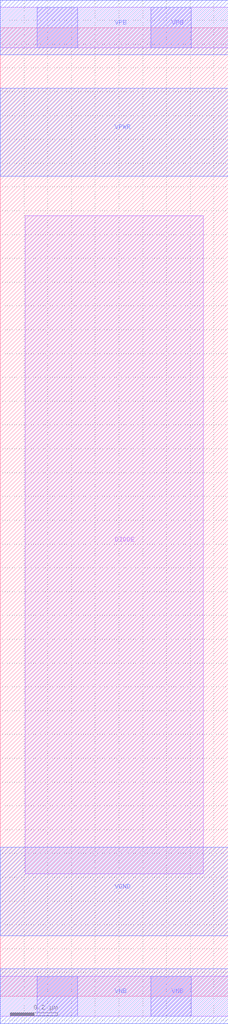
<source format=lef>
# Copyright 2020 The SkyWater PDK Authors
#
# Licensed under the Apache License, Version 2.0 (the "License");
# you may not use this file except in compliance with the License.
# You may obtain a copy of the License at
#
#     https://www.apache.org/licenses/LICENSE-2.0
#
# Unless required by applicable law or agreed to in writing, software
# distributed under the License is distributed on an "AS IS" BASIS,
# WITHOUT WARRANTIES OR CONDITIONS OF ANY KIND, either express or implied.
# See the License for the specific language governing permissions and
# limitations under the License.
#
# SPDX-License-Identifier: Apache-2.0

VERSION 5.7 ;
  NAMESCASESENSITIVE ON ;
  NOWIREEXTENSIONATPIN ON ;
  DIVIDERCHAR "/" ;
  BUSBITCHARS "[]" ;
UNITS
  DATABASE MICRONS 200 ;
END UNITS
MACRO sky130_fd_sc_hvl__diode_2
  CLASS CORE ANTENNACELL ;
  SOURCE USER ;
  FOREIGN sky130_fd_sc_hvl__diode_2 ;
  ORIGIN  0.000000  0.000000 ;
  SIZE  0.960000 BY  4.070000 ;
  SYMMETRY X Y ;
  SITE unithv ;
  PIN DIODE
    ANTENNADIFFAREA  0.607200 ;
    ANTENNAGATEAREA  0.607200 ;
    DIRECTION INPUT ;
    PORT
      LAYER li1 ;
        RECT 0.105000 0.515000 0.855000 3.280000 ;
    END
  END DIODE
  PIN VGND
    DIRECTION INOUT ;
    USE GROUND ;
    PORT
      LAYER met1 ;
        RECT 0.000000 0.255000 0.960000 0.625000 ;
    END
  END VGND
  PIN VNB
    DIRECTION INOUT ;
    USE GROUND ;
    PORT
      LAYER li1 ;
        RECT 0.000000 -0.085000 0.960000 0.085000 ;
      LAYER mcon ;
        RECT 0.155000 -0.085000 0.325000 0.085000 ;
        RECT 0.635000 -0.085000 0.805000 0.085000 ;
      LAYER met1 ;
        RECT 0.000000 -0.115000 0.960000 0.115000 ;
    END
  END VNB
  PIN VPB
    DIRECTION INOUT ;
    USE POWER ;
    PORT
      LAYER li1 ;
        RECT 0.000000 3.985000 0.960000 4.155000 ;
      LAYER mcon ;
        RECT 0.155000 3.985000 0.325000 4.155000 ;
        RECT 0.635000 3.985000 0.805000 4.155000 ;
      LAYER met1 ;
        RECT 0.000000 3.955000 0.960000 4.185000 ;
    END
  END VPB
  PIN VPWR
    DIRECTION INOUT ;
    USE POWER ;
    PORT
      LAYER met1 ;
        RECT 0.000000 3.445000 0.960000 3.815000 ;
    END
  END VPWR
END sky130_fd_sc_hvl__diode_2

</source>
